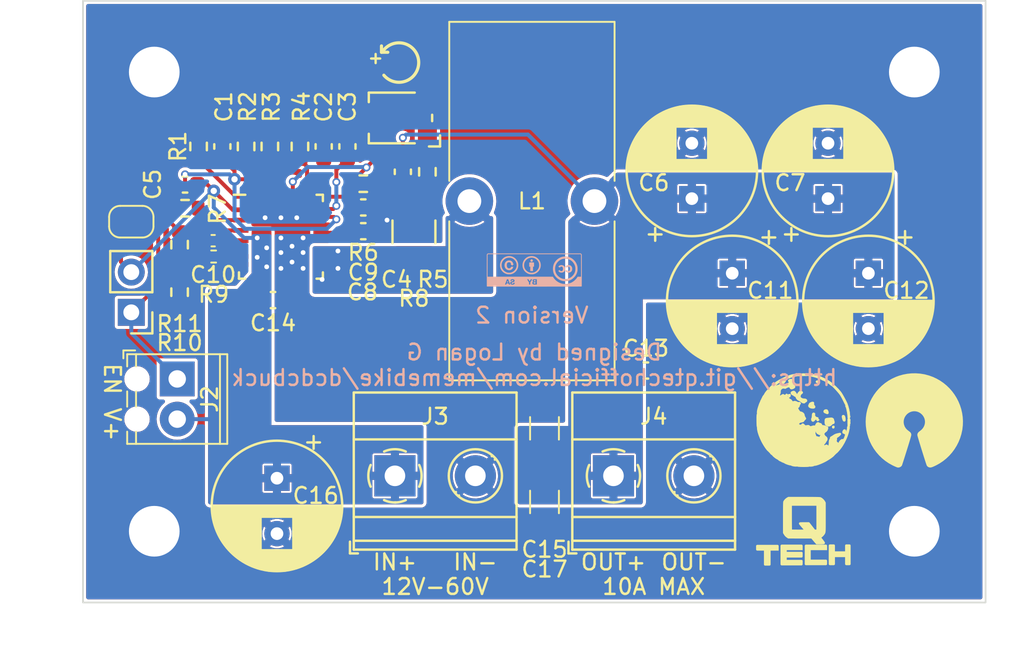
<source format=kicad_pcb>
(kicad_pcb (version 20211014) (generator pcbnew)

  (general
    (thickness 1.6)
  )

  (paper "A4")
  (layers
    (0 "F.Cu" signal)
    (31 "B.Cu" signal)
    (32 "B.Adhes" user "B.Adhesive")
    (33 "F.Adhes" user "F.Adhesive")
    (34 "B.Paste" user)
    (35 "F.Paste" user)
    (36 "B.SilkS" user "B.Silkscreen")
    (37 "F.SilkS" user "F.Silkscreen")
    (38 "B.Mask" user)
    (39 "F.Mask" user)
    (40 "Dwgs.User" user "User.Drawings")
    (41 "Cmts.User" user "User.Comments")
    (42 "Eco1.User" user "User.Eco1")
    (43 "Eco2.User" user "User.Eco2")
    (44 "Edge.Cuts" user)
    (45 "Margin" user)
    (46 "B.CrtYd" user "B.Courtyard")
    (47 "F.CrtYd" user "F.Courtyard")
    (48 "B.Fab" user)
    (49 "F.Fab" user)
    (50 "User.1" user)
    (51 "User.2" user)
    (52 "User.3" user)
    (53 "User.4" user)
    (54 "User.5" user)
    (55 "User.6" user)
    (56 "User.7" user)
    (57 "User.8" user)
    (58 "User.9" user)
  )

  (setup
    (stackup
      (layer "F.SilkS" (type "Top Silk Screen"))
      (layer "F.Paste" (type "Top Solder Paste"))
      (layer "F.Mask" (type "Top Solder Mask") (thickness 0.01))
      (layer "F.Cu" (type "copper") (thickness 0.035))
      (layer "dielectric 1" (type "core") (thickness 1.51) (material "FR4") (epsilon_r 4.5) (loss_tangent 0.02))
      (layer "B.Cu" (type "copper") (thickness 0.035))
      (layer "B.Mask" (type "Bottom Solder Mask") (thickness 0.01))
      (layer "B.Paste" (type "Bottom Solder Paste"))
      (layer "B.SilkS" (type "Bottom Silk Screen"))
      (copper_finish "None")
      (dielectric_constraints no)
    )
    (pad_to_mask_clearance 0)
    (pcbplotparams
      (layerselection 0x00010fc_ffffffff)
      (disableapertmacros false)
      (usegerberextensions false)
      (usegerberattributes true)
      (usegerberadvancedattributes true)
      (creategerberjobfile true)
      (svguseinch false)
      (svgprecision 6)
      (excludeedgelayer true)
      (plotframeref false)
      (viasonmask false)
      (mode 1)
      (useauxorigin false)
      (hpglpennumber 1)
      (hpglpenspeed 20)
      (hpglpendiameter 15.000000)
      (dxfpolygonmode true)
      (dxfimperialunits true)
      (dxfusepcbnewfont true)
      (psnegative false)
      (psa4output false)
      (plotreference true)
      (plotvalue true)
      (plotinvisibletext false)
      (sketchpadsonfab false)
      (subtractmaskfromsilk false)
      (outputformat 1)
      (mirror false)
      (drillshape 0)
      (scaleselection 1)
      (outputdirectory "outputs/gerber/")
    )
  )

  (net 0 "")
  (net 1 "Net-(C1-Pad2)")
  (net 2 "VCC")
  (net 3 "GND")
  (net 4 "/VOUT/VSNS")
  (net 5 "/VOUT/VOUT+")
  (net 6 "unconnected-(U1-Pad15)")
  (net 7 "Net-(C2-Pad1)")
  (net 8 "/VOUT/SW")
  (net 9 "Net-(C3-Pad2)")
  (net 10 "Net-(R5-Pad2)")
  (net 11 "/VOUT/VFB")
  (net 12 "Net-(R9-Pad1)")
  (net 13 "Net-(R7-Pad2)")
  (net 14 "Net-(C9-Pad2)")
  (net 15 "Net-(C10-Pad1)")
  (net 16 "Net-(C10-Pad2)")
  (net 17 "Net-(J1-Pad1)")
  (net 18 "Net-(C4-Pad2)")
  (net 19 "Net-(R1-Pad2)")
  (net 20 "Net-(R2-Pad2)")
  (net 21 "Net-(R3-Pad2)")
  (net 22 "Net-(R4-Pad1)")
  (net 23 "Net-(R10-Pad1)")

  (footprint "LOGO" (layer "F.Cu") (at 45.5 33.7264))

  (footprint "TerminalBlock_Phoenix:TerminalBlock_Phoenix_MPT-0,5-2-2.54_1x02_P2.54mm_Horizontal" (layer "F.Cu") (at 5.95 23.88 -90))

  (footprint "MountingHole:MountingHole_3.2mm_M3_Pad" (layer "F.Cu") (at 52.5 33.5))

  (footprint "LOGO" (layer "F.Cu") (at 45.5 26.5 180))

  (footprint "Resistor_SMD:R_0603_1608Metric" (layer "F.Cu") (at 11.8 9.2 -90))

  (footprint "Resistor_SMD:R_0603_1608Metric" (layer "F.Cu") (at 10.3 9.2 -90))

  (footprint "Resistor_SMD:R_0603_1608Metric" (layer "F.Cu") (at 6.1 15.4 90))

  (footprint "TerminalBlock_Phoenix:TerminalBlock_Phoenix_MKDS-1,5-2-5.08_1x02_P5.08mm_Horizontal" (layer "F.Cu") (at 33.5 30))

  (footprint "SiC46x:Vishay_PowerPAK_MLP55-27L_R" (layer "F.Cu") (at 12.5 14.9))

  (footprint "TerminalBlock_Phoenix:TerminalBlock_Phoenix_MKDS-1,5-2-5.08_1x02_P5.08mm_Horizontal" (layer "F.Cu") (at 19.7 30))

  (footprint "Resistor_SMD:R_0603_1608Metric" (layer "F.Cu") (at 17.7 11.55))

  (footprint "MountingHole:MountingHole_3.2mm_M3_Pad" (layer "F.Cu") (at 4.5 33.5))

  (footprint "Capacitor_THT:CP_Radial_D8.0mm_P3.50mm" (layer "F.Cu") (at 49.6 17.205599 -90))

  (footprint "Capacitor_SMD:C_0603_1608Metric" (layer "F.Cu") (at 6.445138 11.601831 180))

  (footprint "Inductor_THT:L_Toroid_Vertical_L22.4mm_W10.2mm_P7.90mm_Vishay_TJ4" (layer "F.Cu") (at 24.4 12.65 90))

  (footprint "Capacitor_SMD:C_0402_1005Metric" (layer "F.Cu") (at 8.22 15.15 180))

  (footprint "Capacitor_THT:CP_Radial_D8.0mm_P3.50mm" (layer "F.Cu") (at 41 17.205599 -90))

  (footprint "Resistor_SMD:R_0603_1608Metric" (layer "F.Cu") (at 13.7 9.2 90))

  (footprint "Capacitor_SMD:C_0603_1608Metric" (layer "F.Cu") (at 12 18.9))

  (footprint "Capacitor_THT:CP_Radial_D8.0mm_P3.50mm" (layer "F.Cu") (at 47.05 12.494401 90))

  (footprint "Resistor_SMD:R_0603_1608Metric" (layer "F.Cu") (at 6.1 18.4 -90))

  (footprint "Resistor_SMD:R_0603_1608Metric" (layer "F.Cu") (at 7.3 9.2 -90))

  (footprint "Resistor_SMD:R_0603_1608Metric" (layer "F.Cu") (at 6.445138 13.101831))

  (footprint "Connector_PinHeader_2.54mm:PinHeader_1x02_P2.54mm_Vertical" (layer "F.Cu")
    (tedit 59FED5CC) (tstamp 9694c74e-8aef-4e58-8128-d9929666360a)
    (at 3.05 19.675 180)
    (descr "Through hole straight pin header, 1x02, 2.54mm pitch, single row")
    (tags "Through hole pin header THT 1x02 2.54mm single row")
    (property "LCSC" "C213465")
    (property "Sheetfile" "dcdcbuck.kicad_sch")
    (property "Sheetname" "")
    (path "/f0635c1e-dd61-48cb-8452-797ac0cd2e5b")
    (attr through_hole)
    (fp_text reference "J1" (at 0 4.975 unlocked) (layer "F.SilkS") hide
      (effects (font (size 1 1) (thickness 0.153)))
      (tstamp 08dd4cf4-678e-4a26-bcc5-370b89a2b9e7)
    )
    (fp_text value "Conn_01x02" (at 0 4.87) (layer "F.Fab")
      (effects (font (size 1 1) (thickness 0.15)))
      (tstamp 12432741-e88b-464d-ab01-e538aabb9934)
    )
    (fp_text user "${REFERENCE}" (at 0 1.27 90) (layer "F.Fab")
      (effects (font (size 1 1) (thickness 0.15)))
      (tstamp cc451fc6-5031-40bf-9222-068fdaba7785)
    )
    (fp_line (start -1.33 3.87) (end 1.33 3.87) (layer "F.SilkS") (width 0.153) (tstamp 45f4153a-393a-4512-b963-71ff950c5b5a))
    (fp_line (start -1.33 -1.33) (end 0 -1.33) (layer "F.SilkS") (width 0.153) (tstamp 56bec6a9-f4b3-435b-9dbd-4d7c945f3907))
    (fp_line (start 1.33 1.27) (end 1.33 3.87) (layer "F.SilkS") (width 0.153) (tstamp 5a89894e-bf4f-4810-88c2-1acd1c8d93e2))
    (fp_line (start -1.33 0) (end -1.33 -1.33) (layer "F.SilkS") (width 0.153) (tstamp 9bdd9e45-87da-46f5-813c-9c8835d49c01))
    (fp_line (start -1.33 1.27) (end -1.33 3.87) (layer "F.SilkS") (width 0.153) (tstamp e33b46e7-5d60-45f6-a2c0-a3598972eaa3))
    (fp_line (start -1.33 1.27) (end 1.33 1.27) (layer "F.SilkS") (width 0.153) (tstamp e8db06d7-40f8-4fe6-a278-756c4e92297d))
    (fp_line (start -1.8 -1.8) (end -1.8 4.35) (layer "F.CrtYd") (width 0.05) (tstamp 91d5404d-b064-4d2a-a2ee-3c4b7299b938))
    (fp_line (start -1.8 4.35) (end 1.8 4.35) (layer "F.CrtYd") (width 0.05) (tstamp 95d4c7dd-1023-4eee-9fa9-c41121c354fe))
    (fp_line (start 1.8 4.35) (end 1.8 -1.8) (layer "F
... [375110 chars truncated]
</source>
